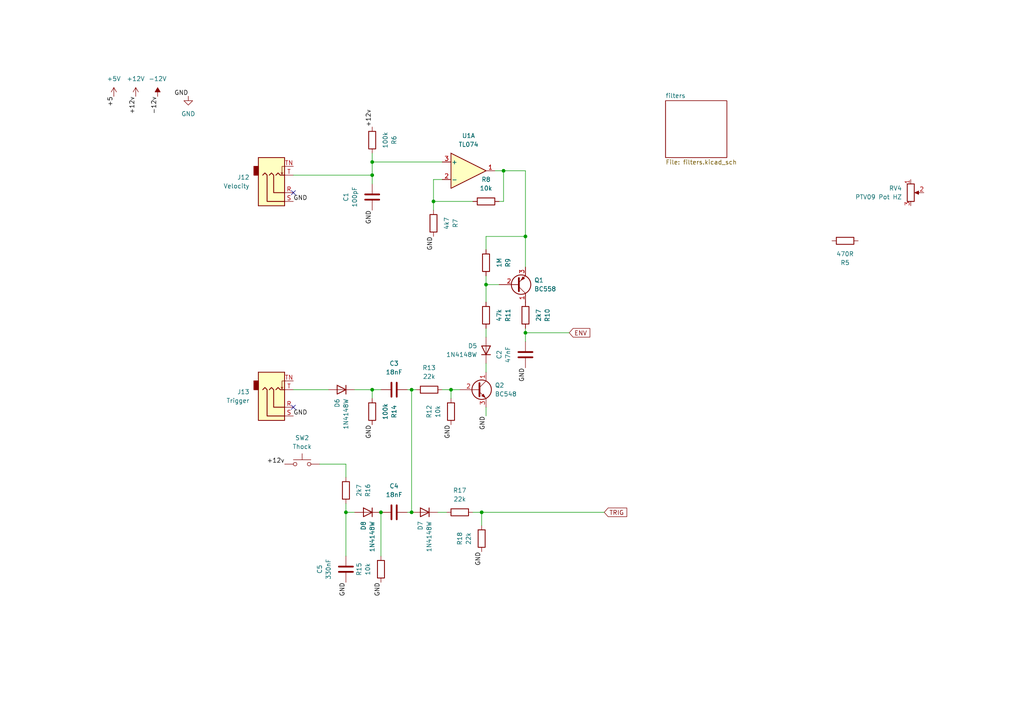
<source format=kicad_sch>
(kicad_sch (version 20231120) (generator "eeschema") (generator_version "8.0")
  (paper "A4")
  (title_block (title "Audio Thing Template") (rev "1.0") (company "velvia-fifty") (comment 1 "https://github.com/velvia-fifty/AudioThings") (comment 2 "You should have changed this already :)") (comment 4 "Stay humble"))
  (lib_symbols
    (symbol "Amplifier_Operational:TL074" (pin_names (offset 0.127))
      (property "Reference" "U" (at 0 5.08 0))
      (property "Value" "TL074" (at 0 -5.08 0))
      (symbol "TL074_1_1"
        (polyline (pts (xy -5.08 5.08) (xy 5.08 0) (xy -5.08 -5.08) (xy -5.08 5.08)) (stroke (width 0.254)) (fill (type background)))
        (pin output line (at 7.62 0 180) (length 2.54) (name "~") (number "1"))
        (pin input line (at -7.62 -2.54 0) (length 2.54) (name "-") (number "2"))
        (pin input line (at -7.62 2.54 0) (length 2.54) (name "+") (number "3"))
      )
      (symbol "TL074_2_1"
        (polyline (pts (xy -5.08 5.08) (xy 5.08 0) (xy -5.08 -5.08) (xy -5.08 5.08)) (stroke (width 0.254)) (fill (type background)))
        (pin input line (at -7.62 2.54 0) (length 2.54) (name "+") (number "5"))
        (pin input line (at -7.62 -2.54 0) (length 2.54) (name "-") (number "6"))
        (pin output line (at 7.62 0 180) (length 2.54) (name "~") (number "7"))
      )
      (symbol "TL074_3_1"
        (polyline (pts (xy -5.08 5.08) (xy 5.08 0) (xy -5.08 -5.08) (xy -5.08 5.08)) (stroke (width 0.254)) (fill (type background)))
        (pin input line (at -7.62 2.54 0) (length 2.54) (name "+") (number "10"))
        (pin output line (at 7.62 0 180) (length 2.54) (name "~") (number "8"))
        (pin input line (at -7.62 -2.54 0) (length 2.54) (name "-") (number "9"))
      )
      (symbol "TL074_4_1"
        (polyline (pts (xy -5.08 5.08) (xy 5.08 0) (xy -5.08 -5.08) (xy -5.08 5.08)) (stroke (width 0.254)) (fill (type background)))
        (pin input line (at -7.62 2.54 0) (length 2.54) (name "+") (number "12"))
        (pin input line (at -7.62 -2.54 0) (length 2.54) (name "-") (number "13"))
        (pin output line (at 7.62 0 180) (length 2.54) (name "~") (number "14"))
      )
      (symbol "TL074_5_1"
        (pin power_in line (at -2.54 -7.62 90) (length 3.81) (name "V-") (number "11"))
        (pin power_in line (at -2.54 7.62 270) (length 3.81) (name "V+") (number "4"))
      )
    )
    (symbol "Connector_Audio:AudioJack3_SwitchT"
      (property "Reference" "J" (at 0 8.89 0))
      (property "Value" "AudioJack3_SwitchT" (at 0 6.35 0))
      (symbol "AudioJack3_SwitchT_0_1"
        (rectangle (start -5.08 -5.08) (end -6.35 -7.62) (stroke (width 0.254)) (fill (type outline)))
        (polyline (pts (xy 1.778 -5.334) (xy 2.032 -5.842)))
        (polyline (pts (xy 0 -5.08) (xy 0.635 -5.715) (xy 1.27 -5.08) (xy 2.54 -5.08)) (stroke (width 0.254)))
        (polyline (pts (xy 2.54 -7.62) (xy 1.778 -7.62) (xy 1.778 -5.334) (xy 1.524 -5.842)))
        (polyline (pts (xy -1.905 -5.08) (xy -1.27 -5.715) (xy -0.635 -5.08) (xy -0.635 0) (xy 2.54 0)) (stroke (width 0.254)))
        (polyline (pts (xy 2.54 2.54) (xy -2.54 2.54) (xy -2.54 -5.08) (xy -3.175 -5.715) (xy -3.81 -5.08)) (stroke (width 0.254)))
        (rectangle (start 2.54 3.81) (end -5.08 -10.16) (stroke (width 0.254)) (fill (type background)))
      )
      (symbol "AudioJack3_SwitchT_1_1"
        (pin passive line (at 5.08 0 180) (length 2.54) (name "~") (number "R"))
        (pin passive line (at 5.08 2.54 180) (length 2.54) (name "~") (number "S"))
        (pin passive line (at 5.08 -5.08 180) (length 2.54) (name "~") (number "T"))
        (pin passive line (at 5.08 -7.62 180) (length 2.54) (name "~") (number "TN"))
      )
    )
    (symbol "Device:C" (pin_numbers hide) (pin_names (offset 0.254))
      (property "Reference" "C" (at 0.635 2.54 0))
      (property "Value" "C" (at 0.635 -2.54 0))
      (symbol "C_0_1"
        (polyline (pts (xy -2.032 -0.762) (xy 2.032 -0.762)) (stroke (width 0.508)))
        (polyline (pts (xy -2.032 0.762) (xy 2.032 0.762)) (stroke (width 0.508)))
      )
      (symbol "C_1_1"
        (pin passive line (at 0 3.81 270) (length 2.794) (name "~") (number "1"))
        (pin passive line (at 0 -3.81 90) (length 2.794) (name "~") (number "2"))
      )
    )
    (symbol "Device:R" (pin_numbers hide) (pin_names (offset 0))
      (property "Reference" "R" (at 2.032 0 90))
      (property "Value" "R" (at 0 0 90))
      (symbol "R_0_1"
        (rectangle (start -1.016 -2.54) (end 1.016 2.54) (stroke (width 0.254)))
      )
      (symbol "R_1_1"
        (pin passive line (at 0 3.81 270) (length 1.27) (name "~") (number "1"))
        (pin passive line (at 0 -3.81 90) (length 1.27) (name "~") (number "2"))
      )
    )
    (symbol "Device:R_Potentiometer" (pin_names (offset 1.016) hide)
      (property "Reference" "RV" (at -4.445 0 90))
      (property "Value" "R_Potentiometer" (at -2.54 0 90))
      (symbol "R_Potentiometer_0_1"
        (polyline (pts (xy 2.54 0) (xy 1.524 0)))
        (polyline (pts (xy 1.143 0) (xy 2.286 0.508) (xy 2.286 -0.508) (xy 1.143 0)) (fill (type outline)))
        (rectangle (start 1.016 2.54) (end -1.016 -2.54) (stroke (width 0.254)))
      )
      (symbol "R_Potentiometer_1_1"
        (pin passive line (at 0 3.81 270) (length 1.27) (name "1") (number "1"))
        (pin passive line (at 3.81 0 180) (length 1.27) (name "2") (number "2"))
        (pin passive line (at 0 -3.81 90) (length 1.27) (name "3") (number "3"))
      )
    )
    (symbol "Diode:1N4148W" (pin_numbers hide) (pin_names hide)
      (property "Reference" "D" (at 0 2.54 0))
      (property "Value" "1N4148W" (at 0 -2.54 0))
      (symbol "1N4148W_0_1"
        (polyline (pts (xy -1.27 1.27) (xy -1.27 -1.27)) (stroke (width 0.254)))
        (polyline (pts (xy 1.27 0) (xy -1.27 0)))
        (polyline (pts (xy 1.27 1.27) (xy 1.27 -1.27) (xy -1.27 0) (xy 1.27 1.27)) (stroke (width 0.254)))
      )
      (symbol "1N4148W_1_1"
        (pin passive line (at -3.81 0 0) (length 2.54) (name "K") (number "1"))
        (pin passive line (at 3.81 0 180) (length 2.54) (name "A") (number "2"))
      )
    )
    (symbol "Switch:SW_Push" (pin_numbers hide) (pin_names (offset 1.016) hide)
      (property "Reference" "SW" (at 1.27 2.54 0))
      (property "Value" "SW_Push" (at 0 -1.524 0))
      (symbol "SW_Push_0_1"
        (circle (center -2.032 0) (radius 0.508))
        (polyline (pts (xy 0 1.27) (xy 0 3.048)))
        (polyline (pts (xy 2.54 1.27) (xy -2.54 1.27)))
        (circle (center 2.032 0) (radius 0.508))
        (pin passive line (at -5.08 0 0) (length 2.54) (name "1") (number "1"))
        (pin passive line (at 5.08 0 180) (length 2.54) (name "2") (number "2"))
      )
    )
    (symbol "Transistor_BJT:BC548" (pin_names (offset 0) hide)
      (property "Reference" "Q" (at 5.08 1.905 0))
      (property "Value" "BC548" (at 5.08 0 0))
      (symbol "BC548_0_1"
        (polyline (pts (xy 0 0) (xy 0.635 0)))
        (polyline (pts (xy 0.635 0.635) (xy 2.54 2.54)))
        (polyline (pts (xy 0.635 -0.635) (xy 2.54 -2.54) (xy 2.54 -2.54)))
        (polyline (pts (xy 0.635 1.905) (xy 0.635 -1.905) (xy 0.635 -1.905)) (stroke (width 0.508)))
        (polyline (pts (xy 1.27 -1.778) (xy 1.778 -1.27) (xy 2.286 -2.286) (xy 1.27 -1.778) (xy 1.27 -1.778)) (fill (type outline)))
        (circle (center 1.27 0) (radius 2.8194) (stroke (width 0.254)))
      )
      (symbol "BC548_1_1"
        (pin passive line (at 2.54 5.08 270) (length 2.54) (name "C") (number "1"))
        (pin input line (at -5.08 0 0) (length 5.08) (name "B") (number "2"))
        (pin passive line (at 2.54 -5.08 90) (length 2.54) (name "E") (number "3"))
      )
    )
    (symbol "Transistor_BJT:BC558" (pin_names (offset 0) hide)
      (property "Reference" "Q" (at 5.08 1.905 0))
      (property "Value" "BC558" (at 5.08 0 0))
      (symbol "BC558_0_1"
        (polyline (pts (xy 0.635 0.635) (xy 2.54 2.54)))
        (polyline (pts (xy 0.635 -0.635) (xy 2.54 -2.54) (xy 2.54 -2.54)))
        (polyline (pts (xy 0.635 1.905) (xy 0.635 -1.905) (xy 0.635 -1.905)) (stroke (width 0.508)))
        (polyline (pts (xy 2.286 -1.778) (xy 1.778 -2.286) (xy 1.27 -1.27) (xy 2.286 -1.778) (xy 2.286 -1.778)) (fill (type outline)))
        (circle (center 1.27 0) (radius 2.8194) (stroke (width 0.254)))
      )
      (symbol "BC558_1_1"
        (pin passive line (at 2.54 5.08 270) (length 2.54) (name "C") (number "1"))
        (pin input line (at -5.08 0 0) (length 5.715) (name "B") (number "2"))
        (pin passive line (at 2.54 -5.08 90) (length 2.54) (name "E") (number "3"))
      )
    )
    (symbol "power:+12V" (power) (pin_numbers hide) (pin_names (offset 0) hide)
      (property "Value" "+12V" (at 0 3.556 0))
      (symbol "+12V_0_1"
        (polyline (pts (xy -0.762 1.27) (xy 0 2.54)))
        (polyline (pts (xy 0 0) (xy 0 2.54)))
        (polyline (pts (xy 0 2.54) (xy 0.762 1.27)))
      )
      (symbol "+12V_1_1"
        (pin power_in line (at 0 0 90) (length 0) (name "~") (number "1"))
      )
    )
    (symbol "power:+5V" (power) (pin_numbers hide) (pin_names (offset 0) hide)
      (property "Value" "+5V" (at 0 3.556 0))
      (symbol "+5V_0_1"
        (polyline (pts (xy -0.762 1.27) (xy 0 2.54)))
        (polyline (pts (xy 0 0) (xy 0 2.54)))
        (polyline (pts (xy 0 2.54) (xy 0.762 1.27)))
      )
      (symbol "+5V_1_1"
        (pin power_in line (at 0 0 90) (length 0) (name "~") (number "1"))
      )
    )
    (symbol "power:-12V" (power) (pin_numbers hide) (pin_names (offset 0) hide)
      (property "Value" "-12V" (at 0 3.556 0))
      (symbol "-12V_0_0"
        (pin power_in line (at 0 0 90) (length 0) (name "~") (number "1"))
      )
      (symbol "-12V_0_1"
        (polyline (pts (xy 0 0) (xy 0 1.27) (xy 0.762 1.27) (xy 0 2.54) (xy -0.762 1.27) (xy 0 1.27)) (fill (type outline)))
      )
    )
    (symbol "power:GND" (power) (pin_numbers hide) (pin_names (offset 0) hide)
      (property "Value" "GND" (at 0 -3.81 0))
      (symbol "GND_0_1"
        (polyline (pts (xy 0 0) (xy 0 -1.27) (xy 1.27 -1.27) (xy 0 -2.54) (xy -1.27 -1.27) (xy 0 -1.27)))
      )
      (symbol "GND_1_1"
        (pin power_in line (at 0 0 270) (length 0) (name "~") (number "1"))
      )
    )
  )
  (junction (at 107.95 50.8))
  (junction (at 107.95 113.03))
  (junction (at 125.73 58.42))
  (junction (at 100.33 148.59))
  (junction (at 146.05 49.53))
  (junction (at 140.97 82.55))
  (junction (at 130.81 113.03))
  (junction (at 119.38 148.59))
  (junction (at 110.49 148.59))
  (junction (at 139.7 148.59))
  (junction (at 152.4 68.58))
  (junction (at 119.38 113.03))
  (junction (at 107.95 46.99))
  (junction (at 152.4 96.52))
  (no_connect (at 85.09 55.88))
  (no_connect (at 85.09 118.11))
  (wire (pts (xy 125.73 58.42) (xy 125.73 60.96)))
  (wire (pts (xy 140.97 120.65) (xy 140.97 118.11)))
  (wire (pts (xy 85.09 113.03) (xy 95.25 113.03)))
  (wire (pts (xy 128.27 113.03) (xy 130.81 113.03)))
  (wire (pts (xy 130.81 115.57) (xy 130.81 113.03)))
  (wire (pts (xy 110.49 161.29) (xy 110.49 148.59)))
  (wire (pts (xy 107.95 46.99) (xy 128.27 46.99)))
  (wire (pts (xy 140.97 82.55) (xy 140.97 87.63)))
  (wire (pts (xy 146.05 49.53) (xy 146.05 58.42)))
  (wire (pts (xy 118.11 113.03) (xy 119.38 113.03)))
  (wire (pts (xy 144.78 82.55) (xy 140.97 82.55)))
  (wire (pts (xy 118.11 148.59) (xy 119.38 148.59)))
  (wire (pts (xy 139.7 148.59) (xy 175.26 148.59)))
  (wire (pts (xy 152.4 49.53) (xy 152.4 68.58)))
  (wire (pts (xy 152.4 96.52) (xy 165.1 96.52)))
  (wire (pts (xy 92.71 134.62) (xy 100.33 134.62)))
  (wire (pts (xy 152.4 68.58) (xy 152.4 77.47)))
  (wire (pts (xy 140.97 82.55) (xy 140.97 80.01)))
  (wire (pts (xy 152.4 96.52) (xy 152.4 99.06)))
  (wire (pts (xy 85.09 50.8) (xy 107.95 50.8)))
  (wire (pts (xy 140.97 68.58) (xy 140.97 72.39)))
  (wire (pts (xy 107.95 46.99) (xy 107.95 50.8)))
  (wire (pts (xy 152.4 68.58) (xy 140.97 68.58)))
  (wire (pts (xy 140.97 97.79) (xy 140.97 95.25)))
  (wire (pts (xy 100.33 148.59) (xy 102.87 148.59)))
  (wire (pts (xy 119.38 113.03) (xy 120.65 113.03)))
  (wire (pts (xy 143.51 49.53) (xy 146.05 49.53)))
  (wire (pts (xy 146.05 49.53) (xy 152.4 49.53)))
  (wire (pts (xy 125.73 52.07) (xy 125.73 58.42)))
  (wire (pts (xy 144.78 58.42) (xy 146.05 58.42)))
  (wire (pts (xy 130.81 113.03) (xy 133.35 113.03)))
  (wire (pts (xy 140.97 107.95) (xy 140.97 105.41)))
  (wire (pts (xy 128.27 52.07) (xy 125.73 52.07)))
  (wire (pts (xy 129.54 148.59) (xy 127 148.59)))
  (wire (pts (xy 110.49 113.03) (xy 107.95 113.03)))
  (wire (pts (xy 100.33 146.05) (xy 100.33 148.59)))
  (wire (pts (xy 139.7 152.4) (xy 139.7 148.59)))
  (wire (pts (xy 139.7 148.59) (xy 137.16 148.59)))
  (wire (pts (xy 100.33 161.29) (xy 100.33 148.59)))
  (wire (pts (xy 125.73 58.42) (xy 137.16 58.42)))
  (wire (pts (xy 107.95 44.45) (xy 107.95 46.99)))
  (wire (pts (xy 107.95 50.8) (xy 107.95 53.34)))
  (wire (pts (xy 107.95 113.03) (xy 107.95 115.57)))
  (wire (pts (xy 100.33 138.43) (xy 100.33 134.62)))
  (wire (pts (xy 152.4 95.25) (xy 152.4 96.52)))
  (wire (pts (xy 119.38 113.03) (xy 119.38 148.59)))
  (wire (pts (xy 102.87 113.03) (xy 107.95 113.03)))
  (label "GND" (at 54.61 27.94 180))
  (label "GND" (at 107.95 123.19 270))
  (label "GND" (at 130.81 123.19 270))
  (label "GND" (at 85.09 58.42 0))
  (label "GND" (at 125.73 68.58 270))
  (label "GND" (at 139.7 160.02 270))
  (label "GND" (at 85.09 120.65 0))
  (label "+12v" (at 39.37 27.94 270))
  (label "GND" (at 107.95 60.96 270))
  (label "GND" (at 152.4 106.68 270))
  (label "GND" (at 100.33 168.91 270))
  (label "-12v" (at 45.72 27.94 270))
  (label "GND" (at 110.49 168.91 270))
  (label "+12v" (at 107.95 36.83 90))
  (label "GND" (at 140.97 120.65 270))
  (label "+12v" (at 82.55 134.62 180))
  (label "+5" (at 33.02 27.94 270))
  (global_label "TRIG" (shape input) (at 175.26 148.59 0) (property "Intersheetrefs" "${INTERSHEET_REFS}" (effects (hide yes))))
  (global_label "ENV" (shape input) (at 165.1 96.52 0) (property "Intersheetrefs" "${INTERSHEET_REFS}" (effects (hide yes))))
  (symbol (lib_id "Device:R") (at 107.95 119.38 0) (mirror x) (unit 1)
    (property "Reference" "R14" (at 114.3 119.38 90))
    (property "Value" "100k" (at 111.76 119.38 90))
    (property "Footprint" "Resistor_SMD:R_0805_2012Metric_Pad1.20x1.40mm_HandSolder" (effects (hide yes)))
    (property "Description" "Resistor" (effects (hide yes)))
  )
  (symbol (lib_id "Transistor_BJT:BC548") (at 138.43 113.03 0) (unit 1)
    (property "Reference" "Q2" (at 143.51 111.7599 0) (effects (justify left)))
    (property "Value" "BC548" (at 143.51 114.2999 0) (effects (justify left)))
    (property "Footprint" "Package_TO_SOT_SMD:SOT-23-3" (effects (hide yes)))
    (property "Datasheet" "https://www.onsemi.com/pub/Collateral/BC550-D.pdf" (effects (hide yes)))
    (property "Description" "0.1A Ic, 30V Vce, Small Signal NPN Transistor, TO-92" (effects (hide yes)))
  )
  (symbol (lib_id "Device:R") (at 140.97 91.44 0) (mirror x) (unit 1)
    (property "Reference" "R11" (at 147.32 91.44 90))
    (property "Value" "47k" (at 144.78 91.44 90))
    (property "Footprint" "Resistor_SMD:R_0805_2012Metric_Pad1.20x1.40mm_HandSolder" (effects (hide yes)))
    (property "Description" "Resistor" (effects (hide yes)))
  )
  (symbol (lib_id "Device:R") (at 130.81 119.38 0) (mirror y) (unit 1)
    (property "Reference" "R12" (at 124.46 119.38 90))
    (property "Value" "10k" (at 127 119.38 90))
    (property "Footprint" "Resistor_SMD:R_0805_2012Metric_Pad1.20x1.40mm_HandSolder" (effects (hide yes)))
    (property "Description" "Resistor" (effects (hide yes)))
  )
  (symbol (lib_id "Device:R") (at 245.11 69.85 90) (mirror x) (unit 1)
    (property "Reference" "R5" (at 245.11 76.2 90))
    (property "Value" "470R" (at 245.11 73.66 90))
    (property "Footprint" "Resistor_SMD:R_0805_2012Metric_Pad1.20x1.40mm_HandSolder" (effects (hide yes)))
    (property "Description" "Resistor" (effects (hide yes)))
  )
  (symbol (lib_id "Device:R") (at 100.33 142.24 0) (mirror x) (unit 1)
    (property "Reference" "R16" (at 106.68 142.24 90))
    (property "Value" "2k7" (at 104.14 142.24 90))
    (property "Footprint" "Resistor_SMD:R_0805_2012Metric_Pad1.20x1.40mm_HandSolder" (effects (hide yes)))
    (property "Description" "Resistor" (effects (hide yes)))
  )
  (symbol (lib_id "power:-12V") (at 45.72 27.94 0) (unit 1)
    (property "Reference" "#PWR027" (effects (hide yes)))
    (property "Value" "-12V" (at 45.72 22.86 0))
    (property "Description" "Power symbol creates a global label with name \"-12V\"" (effects (hide yes)))
  )
  (symbol (lib_id "Device:R") (at 107.95 40.64 0) (mirror x) (unit 1)
    (property "Reference" "R6" (at 114.3 40.64 90))
    (property "Value" "100k" (at 111.76 40.64 90))
    (property "Footprint" "Resistor_SMD:R_0805_2012Metric_Pad1.20x1.40mm_HandSolder" (effects (hide yes)))
    (property "Description" "Resistor" (effects (hide yes)))
  )
  (symbol (lib_id "Device:R") (at 152.4 91.44 0) (mirror x) (unit 1)
    (property "Reference" "R10" (at 158.75 91.44 90))
    (property "Value" "2k7" (at 156.21 91.44 90))
    (property "Footprint" "Resistor_SMD:R_0805_2012Metric_Pad1.20x1.40mm_HandSolder" (effects (hide yes)))
    (property "Description" "Resistor" (effects (hide yes)))
  )
  (symbol (lib_id "Device:R") (at 139.7 156.21 0) (mirror y) (unit 1)
    (property "Reference" "R18" (at 133.35 156.21 90))
    (property "Value" "22k" (at 135.89 156.21 90))
    (property "Footprint" "Resistor_SMD:R_0805_2012Metric_Pad1.20x1.40mm_HandSolder" (effects (hide yes)))
    (property "Description" "Resistor" (effects (hide yes)))
  )
  (symbol (lib_id "Device:R") (at 125.73 64.77 0) (mirror x) (unit 1)
    (property "Reference" "R7" (at 132.08 64.77 90))
    (property "Value" "4k7" (at 129.54 64.77 90))
    (property "Footprint" "Resistor_SMD:R_0805_2012Metric_Pad1.20x1.40mm_HandSolder" (effects (hide yes)))
    (property "Description" "Resistor" (effects (hide yes)))
  )
  (symbol (lib_id "Connector_Audio:AudioJack3_SwitchT") (at 80.01 118.11 0) (mirror x) (unit 1)
    (property "Reference" "J13" (at 72.39 113.6649 0) (effects (justify right)))
    (property "Value" "Trigger" (at 72.39 116.2049 0) (effects (justify right)))
    (property "Footprint" "AT-Footprints:SMD_STEREO_CUI_SJ-3524-SMT_Horizontal" (effects (hide yes)))
    (property "Description" "Audio Jack, 3 Poles (Stereo / TRS), Switched T Pole (Normalling)" (effects (hide yes)))
  )
  (symbol (lib_id "power:+5V") (at 33.02 27.94 0) (unit 1)
    (property "Reference" "#PWR025" (effects (hide yes)))
    (property "Value" "+5V" (at 33.02 22.86 0))
    (property "Description" "Power symbol creates a global label with name \"+5V\"" (effects (hide yes)))
  )
  (symbol (lib_id "Device:R") (at 133.35 148.59 270) (mirror x) (unit 1)
    (property "Reference" "R17" (at 133.35 142.24 90))
    (property "Value" "22k" (at 133.35 144.78 90))
    (property "Footprint" "Resistor_SMD:R_0805_2012Metric_Pad1.20x1.40mm_HandSolder" (effects (hide yes)))
    (property "Description" "Resistor" (effects (hide yes)))
  )
  (symbol (lib_id "Device:C") (at 100.33 165.1 180) (unit 1)
    (property "Reference" "C5" (at 92.71 165.1 90))
    (property "Value" "330nF" (at 95.25 165.1 90))
    (property "Footprint" "Capacitor_SMD:C_0805_2012Metric_Pad1.18x1.45mm_HandSolder" (effects (hide yes)))
    (property "Description" "Unpolarized capacitor" (effects (hide yes)))
    (property "Type" "Film" (effects (hide yes)))
  )
  (symbol (lib_id "Amplifier_Operational:TL074") (at 135.89 49.53 0) (unit 1)
    (property "Reference" "U1" (at 135.89 39.37 0))
    (property "Value" "TL074" (at 135.89 41.91 0))
    (property "Footprint" "Package_SO:TSSOP-14_4.4x5mm_P0.65mm" (effects (hide yes)))
    (property "Datasheet" "http://www.ti.com/lit/ds/symlink/tl071.pdf" (effects (hide yes)))
    (property "Description" "Quad Low-Noise JFET-Input Operational Amplifiers, DIP-14/SOIC-14" (effects (hide yes)))
  )
  (symbol (lib_id "Device:R") (at 124.46 113.03 270) (mirror x) (unit 1)
    (property "Reference" "R13" (at 124.46 106.68 90))
    (property "Value" "22k" (at 124.46 109.22 90))
    (property "Footprint" "Resistor_SMD:R_0805_2012Metric_Pad1.20x1.40mm_HandSolder" (effects (hide yes)))
    (property "Description" "Resistor" (effects (hide yes)))
  )
  (symbol (lib_id "Diode:1N4148W") (at 99.06 113.03 0) (mirror y) (unit 1)
    (property "Reference" "D6" (at 97.7899 115.57 90) (effects (justify right)))
    (property "Value" "1N4148W" (at 100.3299 115.57 90) (effects (justify right)))
    (property "Footprint" "Diode_SMD:D_SOD-123" (effects (hide yes)))
    (property "Datasheet" "https://www.vishay.com/docs/85748/1n4148w.pdf" (effects (hide yes)))
    (property "Description" "75V 0.15A Fast Switching Diode, SOD-123" (effects (hide yes)))
    (property "Sim.Device" "D" (effects (hide yes)))
    (property "Sim.Pins" "1=K 2=A" (effects (hide yes)))
  )
  (symbol (lib_id "Connector_Audio:AudioJack3_SwitchT") (at 80.01 55.88 0) (mirror x) (unit 1)
    (property "Reference" "J12" (at 72.39 51.4349 0) (effects (justify right)))
    (property "Value" "Velocity" (at 72.39 53.9749 0) (effects (justify right)))
    (property "Footprint" "AT-Footprints:SMD_STEREO_CUI_SJ-3524-SMT_Horizontal" (effects (hide yes)))
    (property "Description" "Audio Jack, 3 Poles (Stereo / TRS), Switched T Pole (Normalling)" (effects (hide yes)))
  )
  (symbol (lib_id "Diode:1N4148W") (at 123.19 148.59 0) (mirror y) (unit 1)
    (property "Reference" "D7" (at 121.9199 151.13 90) (effects (justify right)))
    (property "Value" "1N4148W" (at 124.4599 151.13 90) (effects (justify right)))
    (property "Footprint" "Diode_SMD:D_SOD-123" (effects (hide yes)))
    (property "Datasheet" "https://www.vishay.com/docs/85748/1n4148w.pdf" (effects (hide yes)))
    (property "Description" "75V 0.15A Fast Switching Diode, SOD-123" (effects (hide yes)))
    (property "Sim.Device" "D" (effects (hide yes)))
    (property "Sim.Pins" "1=K 2=A" (effects (hide yes)))
  )
  (symbol (lib_id "Device:R") (at 140.97 76.2 0) (mirror x) (unit 1)
    (property "Reference" "R9" (at 147.32 76.2 90))
    (property "Value" "1M" (at 144.78 76.2 90))
    (property "Footprint" "Resistor_SMD:R_0805_2012Metric_Pad1.20x1.40mm_HandSolder" (effects (hide yes)))
    (property "Description" "Resistor" (effects (hide yes)))
  )
  (symbol (lib_id "power:+12V") (at 39.37 27.94 0) (unit 1)
    (property "Reference" "#PWR026" (effects (hide yes)))
    (property "Value" "+12V" (at 39.37 22.86 0))
    (property "Description" "Power symbol creates a global label with name \"+12V\"" (effects (hide yes)))
  )
  (symbol (lib_id "Diode:1N4148W") (at 106.68 148.59 0) (mirror y) (unit 1)
    (property "Reference" "D8" (at 105.4099 151.13 90) (effects (justify right)))
    (property "Value" "1N4148W" (at 107.9499 151.13 90) (effects (justify right)))
    (property "Footprint" "Diode_SMD:D_SOD-123" (effects (hide yes)))
    (property "Datasheet" "https://www.vishay.com/docs/85748/1n4148w.pdf" (effects (hide yes)))
    (property "Description" "75V 0.15A Fast Switching Diode, SOD-123" (effects (hide yes)))
    (property "Sim.Device" "D" (effects (hide yes)))
    (property "Sim.Pins" "1=K 2=A" (effects (hide yes)))
  )
  (symbol (lib_id "Device:R") (at 110.49 165.1 0) (mirror y) (unit 1)
    (property "Reference" "R15" (at 104.14 165.1 90))
    (property "Value" "10k" (at 106.68 165.1 90))
    (property "Footprint" "Resistor_SMD:R_0805_2012Metric_Pad1.20x1.40mm_HandSolder" (effects (hide yes)))
    (property "Description" "Resistor" (effects (hide yes)))
  )
  (symbol (lib_id "Device:R") (at 140.97 58.42 270) (mirror x) (unit 1)
    (property "Reference" "R8" (at 140.97 52.07 90))
    (property "Value" "10k" (at 140.97 54.61 90))
    (property "Footprint" "Resistor_SMD:R_0805_2012Metric_Pad1.20x1.40mm_HandSolder" (effects (hide yes)))
    (property "Description" "Resistor" (effects (hide yes)))
  )
  (symbol (lib_id "Device:C") (at 107.95 57.15 180) (unit 1)
    (property "Reference" "C1" (at 100.33 57.15 90))
    (property "Value" "100pF" (at 102.87 57.15 90))
    (property "Footprint" "Capacitor_SMD:C_0805_2012Metric_Pad1.18x1.45mm_HandSolder" (effects (hide yes)))
    (property "Description" "Unpolarized capacitor" (effects (hide yes)))
    (property "Type" "Film" (effects (hide yes)))
  )
  (symbol (lib_id "Diode:1N4148W") (at 140.97 101.6 270) (mirror x) (unit 1)
    (property "Reference" "D5" (at 138.43 100.3299 90) (effects (justify right)))
    (property "Value" "1N4148W" (at 138.43 102.8699 90) (effects (justify right)))
    (property "Footprint" "Diode_SMD:D_SOD-123" (effects (hide yes)))
    (property "Datasheet" "https://www.vishay.com/docs/85748/1n4148w.pdf" (effects (hide yes)))
    (property "Description" "75V 0.15A Fast Switching Diode, SOD-123" (effects (hide yes)))
    (property "Sim.Device" "D" (effects (hide yes)))
    (property "Sim.Pins" "1=K 2=A" (effects (hide yes)))
  )
  (symbol (lib_id "Device:C") (at 114.3 113.03 90) (unit 1)
    (property "Reference" "C3" (at 114.3 105.41 90))
    (property "Value" "18nF" (at 114.3 107.95 90))
    (property "Footprint" "Capacitor_SMD:C_0805_2012Metric_Pad1.18x1.45mm_HandSolder" (effects (hide yes)))
    (property "Description" "Unpolarized capacitor" (effects (hide yes)))
    (property "Type" "Film" (effects (hide yes)))
  )
  (symbol (lib_id "Transistor_BJT:BC558") (at 149.86 82.55 0) (mirror x) (unit 1)
    (property "Reference" "Q1" (at 154.94 81.2799 0) (effects (justify left)))
    (property "Value" "BC558" (at 154.94 83.8199 0) (effects (justify left)))
    (property "Footprint" "Package_TO_SOT_SMD:SOT-23-3" (effects (hide yes)))
    (property "Datasheet" "https://www.onsemi.com/pub/Collateral/BC556BTA-D.pdf" (effects (hide yes)))
    (property "Description" "0.1A Ic, 30V Vce, PNP Small Signal Transistor, TO-92" (effects (hide yes)))
  )
  (symbol (lib_id "Device:C") (at 114.3 148.59 90) (unit 1)
    (property "Reference" "C4" (at 114.3 140.97 90))
    (property "Value" "18nF" (at 114.3 143.51 90))
    (property "Footprint" "Capacitor_SMD:C_0805_2012Metric_Pad1.18x1.45mm_HandSolder" (effects (hide yes)))
    (property "Description" "Unpolarized capacitor" (effects (hide yes)))
    (property "Type" "Film" (effects (hide yes)))
  )
  (symbol (lib_id "Device:C") (at 152.4 102.87 180) (unit 1)
    (property "Reference" "C2" (at 144.78 102.87 90))
    (property "Value" "47nF" (at 147.32 102.87 90))
    (property "Footprint" "Capacitor_SMD:C_0805_2012Metric_Pad1.18x1.45mm_HandSolder" (effects (hide yes)))
    (property "Description" "Unpolarized capacitor" (effects (hide yes)))
    (property "Type" "Film" (effects (hide yes)))
  )
  (symbol (lib_id "Device:R_Potentiometer") (at 264.16 55.88 0) (unit 1)
    (property "Reference" "RV4" (at 261.62 54.6099 0) (effects (justify right)))
    (property "Value" "PTV09 Pot HZ" (at 261.62 57.1499 0) (effects (justify right)))
    (property "Footprint" "AT-Footprints:Potentiometer_Bourns_PTV09A-2_Single_Horizontal" (effects (hide yes)))
    (property "Description" "Potentiometer" (effects (hide yes)))
  )
  (symbol (lib_id "Switch:SW_Push") (at 87.63 134.62 0) (unit 1)
    (property "Reference" "SW2" (at 87.63 127 0))
    (property "Value" "Thock" (at 87.63 129.54 0))
    (property "Description" "Push button switch, generic, two pins" (effects (hide yes)))
  )
  (symbol (lib_id "power:GND") (at 54.61 27.94 0) (unit 1)
    (property "Reference" "#PWR028" (effects (hide yes)))
    (property "Value" "GND" (at 54.61 33.02 0))
    (property "Description" "Power symbol creates a global label with name \"GND\" , ground" (effects (hide yes)))
  )
  (sheet (at 193.04 29.21) (size 17.78 16.51) (stroke (width 0.1524))
    (property "Sheetname" "filters" (at 193.04 28.4984 0) (effects (justify left bottom)))
    (property "Sheetfile" "filters.kicad_sch" (at 193.04 46.3046 0) (effects (justify left top)))
  )
)
</source>
